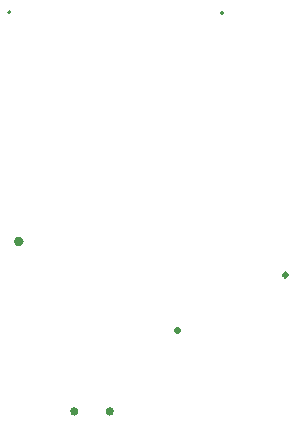
<source format=gbr>
%TF.GenerationSoftware,KiCad,Pcbnew,8.0.1*%
%TF.CreationDate,2024-03-24T23:22:49+02:00*%
%TF.ProjectId,EEE3088F_2024_Group_52_Power,45454533-3038-4384-965f-323032345f47,rev?*%
%TF.SameCoordinates,Original*%
%TF.FileFunction,Other,Comment*%
%FSLAX46Y46*%
G04 Gerber Fmt 4.6, Leading zero omitted, Abs format (unit mm)*
G04 Created by KiCad (PCBNEW 8.0.1) date 2024-03-24 23:22:49*
%MOMM*%
%LPD*%
G01*
G04 APERTURE LIST*
%ADD10C,0.200000*%
%ADD11C,0.400000*%
%ADD12C,0.300000*%
%ADD13C,0.380000*%
G04 APERTURE END LIST*
D10*
%TO.C,U3*%
X113860000Y-18620000D02*
G75*
G02*
X113660000Y-18620000I-100000J0D01*
G01*
X113660000Y-18620000D02*
G75*
G02*
X113860000Y-18620000I100000J0D01*
G01*
%TO.C,U4*%
X131860000Y-18670000D02*
G75*
G02*
X131660000Y-18670000I-100000J0D01*
G01*
X131660000Y-18670000D02*
G75*
G02*
X131860000Y-18670000I100000J0D01*
G01*
D11*
%TO.C,U1*%
X114750000Y-38020000D02*
G75*
G02*
X114350000Y-38020000I-200000J0D01*
G01*
X114350000Y-38020000D02*
G75*
G02*
X114750000Y-38020000I200000J0D01*
G01*
D12*
%TO.C,U2*%
X137280000Y-40870000D02*
G75*
G02*
X136980000Y-40870000I-150000J0D01*
G01*
X136980000Y-40870000D02*
G75*
G02*
X137280000Y-40870000I150000J0D01*
G01*
D13*
%TO.C,SW1*%
X122440000Y-52400000D02*
G75*
G02*
X122060000Y-52400000I-190000J0D01*
G01*
X122060000Y-52400000D02*
G75*
G02*
X122440000Y-52400000I190000J0D01*
G01*
X119440000Y-52400000D02*
G75*
G02*
X119060000Y-52400000I-190000J0D01*
G01*
X119060000Y-52400000D02*
G75*
G02*
X119440000Y-52400000I190000J0D01*
G01*
D12*
%TO.C,Q1*%
X128136000Y-45560000D02*
G75*
G02*
X127836000Y-45560000I-150000J0D01*
G01*
X127836000Y-45560000D02*
G75*
G02*
X128136000Y-45560000I150000J0D01*
G01*
%TD*%
M02*

</source>
